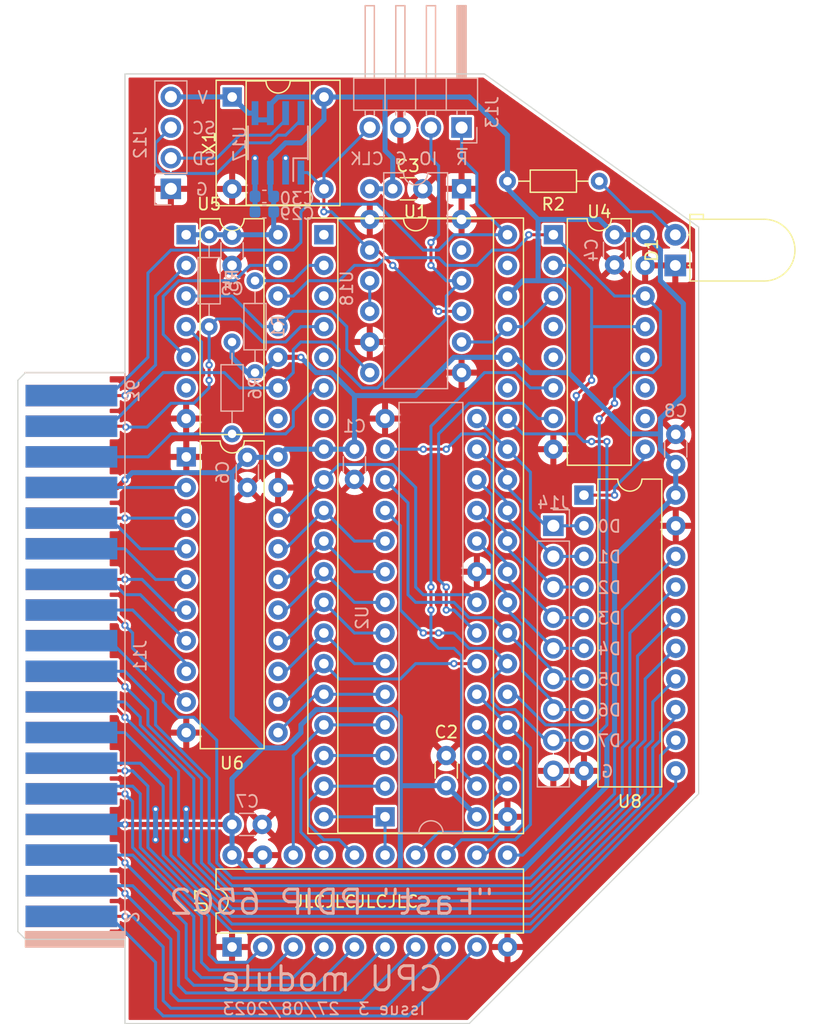
<source format=kicad_pcb>
(kicad_pcb (version 20221018) (generator pcbnew)
  (layers (0 "F.Cu" signal) (31 "B.Cu" signal) (34 "B.Paste" user) (35 "F.Paste" user) (36 "B.SilkS" user "B.Silkscreen") (37 "F.SilkS" user "F.Silkscreen") (38 "B.Mask" user) (39 "F.Mask" user) (44 "Edge.Cuts" user))
  (net 0 "")
  (net 1 "Net-(U1-RDY)")
  (net 6 "/A0")
  (net 7 "/A1")
  (net 8 "/A2")
  (net 9 "/A3")
  (net 10 "/A4")
  (net 11 "/A5")
  (net 12 "/A6")
  (net 13 "/A7")
  (net 14 "/A8")
  (net 15 "/A9")
  (net 16 "/A10")
  (net 17 "/A11")
  (net 18 "/A12")
  (net 19 "/A13")
  (net 20 "/A14")
  (net 21 "/A15")
  (net 22 "/D7")
  (net 23 "/D6")
  (net 24 "/D5")
  (net 25 "/D4")
  (net 26 "/D3")
  (net 27 "/D2")
  (net 28 "/D1")
  (net 29 "/D0")
  (net 30 "/R~{W}")
  (net 32 "/PHI2")
  (net 34 "/~{RAMOE}")
  (net 35 "/~{RAMWE}")
  (net 36 "/~{IORD}")
  (net 41 "/~{RDYRESET}")
  (net 44 "/~{RESET}")
  (net 45 "/XR~{W}")
  (net 46 "/~{IOREADY}")
  (net 47 "/IOWAIT")
  (net 48 "/~{IRQ}")
  (net 49 "/~{NMI}")
  (net 50 "/XA1")
  (net 51 "/XA0")
  (net 52 "/XA3")
  (net 53 "/XA2")
  (net 54 "/XA4")
  (net 55 "/XA6")
  (net 56 "/XA5")
  (net 57 "/XD0")
  (net 58 "/XA7")
  (net 59 "/XD1")
  (net 60 "/XD3")
  (net 61 "/XD2")
  (net 62 "/XD5")
  (net 63 "/XD4")
  (net 64 "/XD6")
  (net 65 "/XA8")
  (net 66 "/XD7")
  (net 67 "/XA10")
  (net 68 "/XA9")
  (net 69 "/XA11")
  (net 70 "/XA13")
  (net 71 "/XA12")
  (net 72 "/XA14")
  (net 73 "GND2")
  (net 74 "VDD")
  (net 75 "/OSC_SDA")
  (net 76 "/OSC_SCL")
  (net 77 "/CLK")
  (net 78 "/DCLK")
  (net 81 "Net-(U18-Pad10)")
  (net 82 "Net-(D1-A)")
  (footprint "Package_DIP:DIP-8_W7.62mm_Socket" (layer "F.Cu") (at 144.79 21.6)
    (fp_text reference "X1")
    (fp_text value "CXO_DIP8")
  )
  (footprint "Package_DIP:DIP-40_W15.24mm_Socket" (layer "F.Cu") (at 152.4 33.02)
    (fp_text reference "U1")
    (fp_text value "WD65C02")
  )
  (footprint "Package_DIP:DIP-14_W7.62mm" (layer "F.Cu") (at 140.97 33.02)
    (fp_text reference "U5")
    (fp_text value "74HC74")
  )
  (footprint "Package_DIP:DIP-20_W7.62mm" (layer "F.Cu") (at 140.98 51.44)
    (fp_text reference "U6")
    (fp_text value "74HC245")
  )
  (footprint "Resistor_THT:R_Axial_DIN0204_L3.6mm_D1.6mm_P7.62mm_Horizontal" (layer "F.Cu") (at 175.26 28.575 180)
    (fp_text reference "R2")
    (fp_text value "330")
  )
  (footprint "Package_DIP:DIP-16_W7.62mm" (layer "F.Cu") (at 171.45 33.02)
    (fp_text reference "U4")
    (fp_text value "74AHCT139")
  )
  (footprint "LED_THT:LED_D5.0mm_Horizontal_O1.27mm_Z3.0mm" (layer "F.Cu") (at 181.575 35.565 90)
    (fp_text reference "D1")
    (fp_text value "LED")
  )
  (footprint "Package_DIP:DIP-20_W7.62mm" (layer "F.Cu") (at 144.78 92.075 90)
    (fp_text reference "U7")
    (fp_text value "74HC245")
  )
  (footprint "Package_DIP:DIP-20_W7.62mm" (layer "F.Cu") (at 173.99 54.61)
    (fp_text reference "U8")
    (fp_text value "74HC245")
  )
  (footprint "Capacitor_THT:C_Disc_D3.0mm_W1.6mm_P2.50mm" (layer "F.Cu") (at 158.115 29.21)
    (fp_text reference "C3")
    (fp_text value ".1u")
  )
  (footprint "Capacitor_THT:C_Disc_D3.0mm_W1.6mm_P2.50mm" (layer "F.Cu") (at 162.56 78.7 90)
    (fp_text reference "C2")
    (fp_text value ".1u")
  )
  (footprint "LibraryLoader:SOIC127P600X175-8N" (layer "B.Cu") (at 148.59 25.4 90)
    (fp_text reference "U17")
    (fp_text value "DS1086Z+" hide)
  )
  (footprint "Capacitor_THT:C_Disc_D3.0mm_W1.6mm_P2.50mm" (layer "B.Cu") (at 146.05 51.475 -90)
    (fp_text reference "C6")
    (fp_text value ".1u")
  )
  (footprint "Capacitor_SMD:C_0603_1608Metric" (layer "B.Cu") (at 147.46 31.115 180)
    (fp_text reference "C29")
    (fp_text value ".1u")
  )
  (footprint "Capacitor_THT:C_Disc_D3.0mm_W1.6mm_P2.50mm" (layer "B.Cu") (at 144.78 33.06 -90)
    (fp_text reference "C5")
    (fp_text value ".1u")
  )
  (footprint "Package_DIP:DIP-28_W7.62mm" (layer "B.Cu") (at 157.48 81.28)
    (fp_text reference "U2")
    (fp_text value "71256")
  )
  (footprint "Connector_PinHeader_2.54mm:PinHeader_1x04_P2.54mm_Horizontal" (layer "B.Cu") (at 163.83 24.13 90)
    (fp_text reference "J13")
    (fp_text value "Conn_01x04")
  )
  (footprint "Resistor_THT:R_Axial_DIN0204_L3.6mm_D1.6mm_P7.62mm_Horizontal" (layer "B.Cu") (at 142.875 40.64 90)
    (fp_text reference "R5")
    (fp_text value "330")
  )
  (footprint "Resistor_THT:R_Axial_DIN0204_L3.6mm_D1.6mm_P7.62mm_Horizontal" (layer "B.Cu") (at 146.685 44.45 90)
    (fp_text reference "R1")
    (fp_text value "330")
  )
  (footprint "PCB_Edge_Connectors:PCB_Edge_36pin" (layer "B.Cu") (at 137.16 67.945 90)
    (fp_text reference "J11")
    (fp_text value "Conn_02x18_Odd_Even")
  )
  (footprint "Capacitor_THT:C_Disc_D3.0mm_W1.6mm_P2.50mm" (layer "B.Cu") (at 181.61 52.07 90)
    (fp_text reference "C8")
    (fp_text value ".1u")
  )
  (footprint "Connector_PinHeader_2.54mm:PinHeader_1x09_P2.54mm_Vertical" (layer "B.Cu") (at 171.45 57.15 180)
    (fp_text reference "J14")
    (fp_text value "Conn_01x09")
  )
  (footprint "Capacitor_THT:C_Disc_D3.0mm_W1.6mm_P2.50mm" (layer "B.Cu") (at 176.53 33.02 -90)
    (fp_text reference "C4")
    (fp_text value ".1u")
  )
  (footprint "Capacitor_SMD:C_0603_1608Metric" (layer "B.Cu") (at 147.46 29.845 180)
    (fp_text reference "C30")
    (fp_text value ".01u")
  )
  (footprint "Package_DIP:DIP-14_W7.62mm" (layer "B.Cu") (at 163.83 29.21 180)
    (fp_text reference "U18")
    (fp_text value "74AHCT32")
  )
  (footprint "Capacitor_THT:C_Disc_D3.0mm_W1.6mm_P2.50mm" (layer "B.Cu") (at 154.94 50.8 -90)
    (fp_text reference "C1")
    (fp_text value ".1u")
  )
  (footprint "Capacitor_THT:C_Disc_D3.0mm_W1.6mm_P2.50mm" (layer "B.Cu") (at 144.78 81.915)
    (fp_text reference "C7")
    (fp_text value ".1u" hide)
  )
  (footprint "Resistor_THT:R_Axial_DIN0204_L3.6mm_D1.6mm_P7.62mm_Horizontal" (layer "B.Cu") (at 144.78 49.53 90)
    (fp_text reference "R6")
    (fp_text value "330")
  )
  (footprint "Connector_PinHeader_2.54mm:PinHeader_1x04_P2.54mm_Vertical" (layer "B.Cu") (at 139.7 29.21)
    (fp_text reference "J12")
    (fp_text value "Conn_01x04")
  )
  (gr_line (start 149.86 26.67) (end 149.86 28.575) (stroke (width 0.15)) (layer "B.SilkS"))
  (gr_line (start 149.86 26.67) (end 150.97125 26.67) (stroke (width 0.15)) (layer "B.SilkS"))
  (gr_line (start 135.89 91.44) (end 127.635 91.44) (stroke (width 0.1)) (layer "Edge.Cuts"))
  (gr_line (start 127.635 44.45) (end 135.89 44.45) (stroke (width 0.1)) (layer "Edge.Cuts"))
  (gr_line (start 135.89 98.425) (end 135.89 91.44) (stroke (width 0.1)) (layer "Edge.Cuts"))
  (gr_line (start 183.515 32.385) (end 183.515 79.375) (stroke (width 0.1)) (layer "Edge.Cuts"))
  (gr_line (start 127 45.085) (end 127.635 44.45) (stroke (width 0.1)) (layer "Edge.Cuts"))
  (gr_line (start 135.89 19.685) (end 165.735 19.685) (stroke (width 0.1)) (layer "Edge.Cuts"))
  (gr_line (start 164.465 98.425) (end 135.89 98.425) (stroke (width 0.1)) (layer "Edge.Cuts"))
  (gr_line (start 127 90.805) (end 127 45.085) (stroke (width 0.1)) (layer "Edge.Cuts"))
  (gr_line (start 183.515 79.375) (end 164.465 98.425) (stroke (width 0.1)) (layer "Edge.Cuts"))
  (gr_line (start 135.89 44.45) (end 135.89 19.685) (stroke (width 0.1)) (layer "Edge.Cuts"))
  (gr_line (start 127.635 91.44) (end 127 90.805) (stroke (width 0.1)) (layer "Edge.Cuts"))
  (gr_line (start 165.735 19.685) (end 183.515 32.385) (stroke (width 0.1)) (layer "Edge.Cuts"))
  (gr_text "D1" (at 177.165 60.325) (layer "B.SilkS") (effects (font (size 1 1)) (justify left bottom mirror)))
  (gr_text "G" (at 176.53 78.105) (layer "B.SilkS") (effects (font (size 1 1)) (justify left bottom mirror)))
  (gr_text "~{R}" (at 164.465 27.305) (layer "B.SilkS") (effects (font (size 1 1)) (justify left bottom mirror)))
  (gr_text "IO" (at 161.925 27.305) (layer "B.SilkS") (effects (font (size 1 1)) (justify left bottom mirror)))
  (gr_text "D5" (at 177.165 70.485) (layer "B.SilkS") (effects (font (size 1 1)) (justify left bottom mirror)))
  (gr_text "SD" (at 143.51 27.305) (layer "B.SilkS") (effects (font (size 1 1)) (justify left bottom mirror)))
  (gr_text "D0" (at 177.165 57.785) (layer "B.SilkS") (effects (font (size 1 1)) (justify left bottom mirror)))
  (gr_text "Issue 3  27/08/2023" (at 152.4 97.79) (layer "B.SilkS") (effects (font (size 1 1)) (justify bottom mirror)))
  (gr_text "CPU module" (at 153.035 95.885) (layer "B.SilkS") (effects (font (size 2 2) (thickness 0.25)) (justify bottom mirror)))
  (gr_text "CLK" (at 157.48 27.305) (layer "B.SilkS") (effects (font (size 1 1)) (justify left bottom mirror)))
  (gr_text "D4" (at 177.165 67.945) (layer "B.SilkS") (effects (font (size 1 1)) (justify left bottom mirror)))
  (gr_text "G" (at 142.875 29.845) (layer "B.SilkS") (effects (font (size 1 1)) (justify left bottom mirror)))
  (gr_text "D7" (at 177.165 75.565) (layer "B.SilkS") (effects (font (size 1 1)) (justify left bottom mirror)))
  (gr_text "D6" (at 177.165 73.025) (layer "B.SilkS") (effects (font (size 1 1)) (justify left bottom mirror)))
  (gr_text "{dblquote}Fast{dblquote} PDIP 6502" (at 153.035 89.535) (layer "B.SilkS") (effects (font (size 2 2) (thickness 0.25)) (justify bottom mirror)))
  (gr_text "SC" (at 143.51 24.765) (layer "B.SilkS") (effects (font (size 1 1)) (justify left bottom mirror)))
  (gr_text "D3" (at 177.165 65.405) (layer "B.SilkS") (effects (font (size 1 1)) (justify left bottom mirror)))
  (gr_text "G" (at 159.385 27.305) (layer "B.SilkS") (effects (font (size 1 1)) (justify left bottom mirror)))
  (gr_text "V" (at 142.875 22.225) (layer "B.SilkS") (effects (font (size 1 1)) (justify left bottom mirror)))
  (gr_text "D2" (at 177.165 62.865) (layer "B.SilkS") (effects (font (size 1 1)) (justify left bottom mirror)))
  (gr_text "JLCJLCJLCJLC" (at 149.86 88.9) (layer "F.SilkS") (effects (font (size 1 1)) (justify left bottom)))
  (segment (start 149.86 36.83) (end 151.13 35.56) (width 0.25) (layer "B.Cu") (net 1))
  (segment (start 151.13 35.56) (end 152.4 35.56) (width 0.25) (layer "B.Cu") (net 1))
  (segment (start 146.685 36.83) (end 149.86 36.83) (width 0.25) (layer "B.Cu") (net 1))
  (segment (start 165.1 63.5) (end 164.465 62.865) (width 0.25) (layer "B.Cu") (net 6))
  (segment (start 160.02 62.23) (end 160.02 53.975) (width 0.25) (layer "B.Cu") (net 6))
  (segment (start 149.22 56.52) (end 152.4 53.34) (width 0.25) (layer "B.Cu") (net 6))
  (segment (start 160.655 62.865) (end 160.02 62.23) (width 0.25) (layer "B.Cu") (net 6))
  (segment (start 153.67 52.07) (end 152.4 53.34) (width 0.25) (layer "B.Cu") (net 6))
  (segment (start 164.465 62.865) (end 160.655 62.865) (width 0.25) (layer "B.Cu") (net 6))
  (segment (start 160.02 53.975) (end 158.115 52.07) (width 0.25) (layer "B.Cu") (net 6))
  (segment (start 158.115 52.07) (end 153.67 52.07) (width 0.25) (layer "B.Cu") (net 6))
  (segment (start 152.4 55.88) (end 154.94 58.42) (width 0.25) (layer "B.Cu") (net 7))
  (segment (start 149.22 59.06) (end 152.4 55.88) (width 0.25) (layer "B.Cu") (net 7))
  (segment (start 154.94 58.42) (end 157.48 58.42) (width 0.25) (layer "B.Cu") (net 7))
  (segment (start 149.22 61.6) (end 152.4 58.42) (width 0.25) (layer "B.Cu") (net 8))
  (segment (start 152.4 58.42) (end 154.94 60.96) (width 0.25) (layer "B.Cu") (net 8))
  (segment (start 154.94 60.96) (end 157.48 60.96) (width 0.25) (layer "B.Cu") (net 8))
  (segment (start 149.22 64.14) (end 152.4 60.96) (width 0.25) (layer "B.Cu") (net 9))
  (segment (start 154.94 63.5) (end 157.48 63.5) (width 0.25) (layer "B.Cu") (net 9))
  (segment (start 152.4 60.96) (end 154.94 63.5) (width 0.25) (layer "B.Cu") (net 9))
  (segment (start 154.94 66.04) (end 157.48 66.04) (width 0.25) (layer "B.Cu") (net 10))
  (segment (start 149.22 66.68) (end 152.4 63.5) (width 0.25) (layer "B.Cu") (net 10))
  (segment (start 152.4 63.5) (end 154.94 66.04) (width 0.25) (layer "B.Cu") (net 10))
  (segment (start 149.22 69.22) (end 152.4 66.04) (width 0.25) (layer "B.Cu") (net 11))
  (segment (start 152.4 66.04) (end 154.94 68.58) (width 0.25) (layer "B.Cu") (net 11))
  (segment (start 154.94 68.58) (end 157.48 68.58) (width 0.25) (layer "B.Cu") (net 11))
  (segment (start 163.195 68.58) (end 165.1 68.58) (width 0.25) (layer "F.Cu") (net 12))
  (via (at 163.195 68.58) (size 0.6) (drill 0.3) (layers "F.Cu" "B.Cu") (net 12))
  (segment (start 160.02 68.58) (end 158.75 69.85) (width 0.25) (layer "B.Cu") (net 12))
  (segment (start 149.22 71.76) (end 152.4 68.58) (width 0.25) (layer "B.Cu") (net 12))
  (segment (start 153.67 69.85) (end 152.4 68.58) (width 0.25) (layer "B.Cu") (net 12))
  (segment (start 163.195 68.58) (end 160.02 68.58) (width 0.25) (layer "B.Cu") (net 12))
  (segment (start 158.75 69.85) (end 153.67 69.85) (width 0.25) (layer "B.Cu") (net 12))
  (segment (start 152.4 71.12) (end 157.48 71.12) (width 0.25) (layer "B.Cu") (net 13))
  (segment (start 148.6 74.285) (end 151.765 71.12) (width 0.25) (layer "B.Cu") (net 13))
  (segment (start 152.4 73.66) (end 157.48 73.66) (width 0.25) (layer "B.Cu") (net 14))
  (segment (start 149.86 84.455) (end 149.86 76.2) (width 0.25) (layer "B.Cu") (net 14))
  (segment (start 149.86 76.2) (end 152.4 73.66) (width 0.25) (layer "B.Cu") (net 14))
  (segment (start 150.495 78.105) (end 152.4 76.2) (width 0.25) (layer "B.Cu") (net 15))
  (segment (start 150.495 82.55) (end 150.495 78.105) (width 0.25) (layer "B.Cu") (net 15))
  (segment (start 152.4 84.455) (end 150.495 82.55) (width 0.25) (layer "B.Cu") (net 15))
  (segment (start 152.4 76.2) (end 157.48 76.2) (width 0.25) (layer "B.Cu") (net 15))
  (segment (start 152.4 78.74) (end 157.48 78.74) (width 0.25) (layer "B.Cu") (net 16))
  (segment (start 152.4 83.185) (end 153.67 83.185) (width 0.25) (layer "B.Cu") (net 16))
  (segment (start 152.4 78.74) (end 151.13 80.01) (width 0.25) (layer "B.Cu") (net 16))
  (segment (start 151.13 81.915) (end 152.4 83.185) (width 0.25) (layer "B.Cu") (net 16))
  (segment (start 151.13 80.01) (end 151.13 81.915) (width 0.25) (layer "B.Cu") (net 16))
  (segment (start 153.67 83.185) (end 154.94 84.455) (width 0.25) (layer "B.Cu") (net 16))
  (segment (start 152.4 81.28) (end 157.48 81.28) (width 0.25) (layer "B.Cu") (net 17))
  (segment (start 157.48 84.455) (end 157.48 81.28) (width 0.25) (layer "B.Cu") (net 17))
  (segment (start 165.735 82.55) (end 166.37 81.915) (width 0.25) (layer "B.Cu") (net 18))
  (segment (start 166.37 80.01) (end 167.64 78.74) (width 0.25) (layer "B.Cu") (net 18))
  (segment (start 161.925 82.55) (end 165.735 82.55) (width 0.25) (layer "B.Cu") (net 18))
  (segment (start 160.02 84.455) (end 161.925 82.55) (width 0.25) (layer "B.Cu") (net 18))
  (segment (start 166.37 81.915) (end 166.37 80.01) (width 0.25) (layer "B.Cu") (net 18))
  (segment (start 165.1 76.2) (end 167.64 78.74) (width 0.25) (layer "B.Cu") (net 18))
  (segment (start 166.368604 83.185) (end 167.003604 82.55) (width 0.25) (layer "B.Cu") (net 19))
  (segment (start 168.91 77.47) (end 167.64 76.2) (width 0.25) (layer "B.Cu") (net 19))
  (segment (start 165.1 73.66) (end 167.64 76.2) (width 0.25) (layer "B.Cu") (net 19))
  (segment (start 167.003604 82.55) (end 168.275 82.55) (width 0.25) (layer "B.Cu") (net 19))
  (segment (start 162.56 84.455) (end 163.83 83.185) (width 0.25) (layer "B.Cu") (net 19))
  (segment (start 168.91 81.915) (end 168.91 77.47) (width 0.25) (layer "B.Cu") (net 19))
  (segment (start 168.275 82.55) (end 168.91 81.915) (width 0.25) (layer "B.Cu") (net 19))
  (segment (start 163.83 83.185) (end 166.368604 83.185) (width 0.25) (layer "B.Cu") (net 19))
  (segment (start 165.1 71.12) (end 167.64 73.66) (width 0.25) (layer "B.Cu") (net 20))
  (segment (start 167.005 83.185) (end 168.276396 83.185) (width 0.25) (layer "B.Cu") (net 20))
  (segment (start 165.735 84.455) (end 167.005 83.185) (width 0.25) (layer "B.Cu") (net 20))
  (segment (start 169.545 81.916396) (end 169.545 75.565) (width 0.25) (layer "B.Cu") (net 20))
  (segment (start 169.545 75.565) (end 167.64 73.66) (width 0.25) (layer "B.Cu") (net 20))
  (segment (start 168.276396 83.185) (end 169.545 81.916396) (width 0.25) (layer "B.Cu") (net 20))
  (segment (start 175.26 48.26) (end 176.53 46.99) (width 0.25) (layer "F.Cu") (net 21))
  (segment (start 169.406479 33.02) (end 171.45 33.02) (width 0.25) (layer "F.Cu") (net 21))
  (via (at 169.406479 33.02) (size 0.6) (drill 0.3) (layers "F.Cu" "B.Cu") (net 21))
  (via (at 175.26 48.26) (size 0.6) (drill 0.3) (layers "F.Cu" "B.Cu") (net 21))
  (via (at 176.53 46.99) (size 0.6) (drill 0.3) (layers "F.Cu" "B.Cu") (net 21))
  (segment (start 180.34 43.815) (end 180.34 39.37) (width 0.25) (layer "B.Cu") (net 21))
  (segment (start 166.37 34.29) (end 165.1 35.56) (width 0.25) (layer "B.Cu") (net 21))
  (segment (start 161.925 34.925) (end 157.48 34.925) (width 0.25) (layer "B.Cu") (net 21))
  (segment (start 154.94 35.56) (end 153.67 36.83) (width 0.25) (layer "B.Cu") (net 21))
  (segment (start 179.07 38.1) (end 176.53 38.1) (width 0.25) (layer "B.Cu") (net 21))
  (segment (start 180.34 39.37) (end 179.07 38.1) (width 0.25) (layer "B.Cu") (net 21))
  (segment (start 176.53 38.1) (end 171.45 33.02) (width 0.25) (layer "B.Cu") (net 21))
  (segment (start 168.275 34.29) (end 166.37 34.29) (width 0.25) (layer "B.Cu") (net 21))
  (segment (start 153.67 36.83) (end 151.13 36.83) (width 0.25) (layer "B.Cu") (net 21))
  (segment (start 165.1 35.56) (end 162.56 35.56) (width 0.25) (layer "B.Cu") (net 21))
  (segment (start 156.845 35.56) (end 154.94 35.56) (width 0.25) (layer "B.Cu") (net 21))
  (segment (start 175.26 48.26) (end 175.26 73.025) (width 0.25) (layer "B.Cu") (net 21))
  (segment (start 177.8 44.45) (end 179.705 44.45) (width 0.25) (layer "B.Cu") (net 21))
  (segment (start 149.86 38.1) (end 148.59 38.1) (width 0.25) (layer "B.Cu") (net 21))
  (segment (start 176.53 45.72) (end 177.8 44.45) (width 0.25) (layer "B.Cu") (net 21))
  (segment (start 175.26 73.025) (end 174.625 73.66) (width 0.25) (layer "B.Cu") (net 21))
  (segment (start 174.625 73.66) (end 170.815 73.66) (width 0.25) (layer "B.Cu") (net 21))
  (segment (start 151.13 36.83) (end 149.86 38.1) (width 0.25) (layer "B.Cu") (net 21))
  (segment (start 179.705 44.45) (end 180.34 43.815) (width 0.25) (layer "B.Cu") (net 21))
  (segment (start 162.56 35.56) (end 161.925 34.925) (width 0.25) (layer "B.Cu") (net 21))
  (segment (start 157.48 34.925) (end 156.845 35.56) (width 0.25) (layer "B.Cu") (net 21))
  (segment (start 169.406479 33.158521) (end 168.275 34.29) (width 0.25) (layer "B.Cu") (net 21))
  (segment (start 176.53 46.99) (end 176.53 45.72) (width 0.25) (layer "B.Cu") (net 21))
  (segment (start 170.815 73.66) (end 168.275 71.12) (width 0.25) (layer "B.Cu") (net 21))
  (segment (start 169.406479 33.02) (end 169.406479 33.158521) (width 0.25) (layer "B.Cu") (net 21))
  (segment (start 161.925 66.04) (end 160.655 66.04) (width 0.25) (layer "F.Cu") (net 22))
  (via (at 160.655 66.04) (size 0.6) (drill 0.3) (layers "F.Cu" "B.Cu") (net 22))
  (via (at 161.925 66.04) (size 0.6) (drill 0.3) (layers "F.Cu" "B.Cu") (net 22))
  (segment (start 166.37 69.85) (end 166.37 71.755) (width 0.25) (layer "B.Cu") (net 22))
  (segment (start 161.925 66.04) (end 163.195 66.04) (width 0.25) (layer "B.Cu") (net 22))
  (segment (start 158.75 57.15) (end 157.48 55.88) (width 0.25) (layer "B.Cu") (net 22))
  (segment (start 166.37 71.755) (end 167.005698 72.390698) (width 0.25) (layer "B.Cu") (net 22))
  (segment (start 158.75 64.135) (end 158.75 57.15) (width 0.25) (layer "B.Cu") (net 22))
  (segment (start 164.465 67.31) (end 166.37 67.31) (width 0.25) (layer "B.Cu") (net 22))
  (segment (start 160.655 66.04) (end 158.75 64.135) (width 0.25) (layer "B.Cu") (net 22))
  (segment (start 167.639302 72.390698) (end 167.64 72.39) (width 0.25) (layer "B.Cu") (net 22))
  (segment (start 167.64 68.58) (end 166.37 69.85) (width 0.25) (layer "B.Cu") (net 22))
  (segment (start 163.195 66.04) (end 164.465 67.31) (width 0.25) (layer "B.Cu") (net 22))
  (segment (start 166.37 67.31) (end 167.64 68.58) (width 0.25) (layer "B.Cu") (net 22))
  (segment (start 171.45 74.93) (end 173.99 74.93) (width 0.25) (layer "B.Cu") (net 22))
  (segment (start 167.64 72.39) (end 168.273604 72.39) (width 0.25) (layer "B.Cu") (net 22))
  (segment (start 167.005698 72.390698) (end 167.639302 72.390698) (width 0.25) (layer "B.Cu") (net 22))
  (segment (start 168.273604 72.39) (end 170.813604 74.93) (width 0.25) (layer "B.Cu") (net 22))
  (segment (start 168.91 67.31) (end 168.91 69.215) (width 0.25) (layer "B.Cu") (net 23))
  (segment (start 159.385 55.245) (end 157.48 53.34) (width 0.25) (layer "B.Cu") (net 23))
  (segment (start 168.91 69.215) (end 171.45 71.755) (width 0.25) (layer "B.Cu") (net 23))
  (segment (start 163.195 63.5) (end 160.02 63.5) (width 0.25) (layer "B.Cu") (net 23))
  (segment (start 164.465 64.77) (end 163.195 63.5) (width 0.25) (layer "B.Cu") (net 23))
  (segment (start 160.02 63.5) (end 159.385 62.865) (width 0.25) (layer "B.Cu") (net 23))
  (segment (start 167.64 66.04) (end 168.91 67.31) (width 0.25) (layer "B.Cu") (net 23))
  (segment (start 171.45 72.39) (end 173.99 72.39) (width 0.25) (layer "B.Cu") (net 23))
  (segment (start 166.37 64.77) (end 164.465 64.77) (width 0.25) (layer "B.Cu") (net 23))
  (segment (start 159.385 62.865) (end 159.385 55.245) (width 0.25) (layer "B.Cu") (net 23))
  (segment (start 167.64 66.04) (end 166.37 64.77) (width 0.25) (layer "B.Cu") (net 23))
  (segment (start 171.45 69.85) (end 173.99 69.85) (width 0.25) (layer "B.Cu") (net 24))
  (segment (start 165.1 58.42) (end 166.37 59.69) (width 0.25) (layer "B.Cu") (net 24))
  (segment (start 168.91 66.673604) (end 169.36 67.123604) (width 0.25) (layer "B.Cu") (net 24))
  (segment (start 167.64 62.865) (end 167.64 63.5) (width 0.25) (layer "B.Cu") (net 24))
  (segment (start 169.36 67.125) (end 171.45 69.215) (width 0.25) (layer "B.Cu") (net 24))
  (segment (start 166.37 59.69) (end 166.37 61.595) (width 0.25) (layer "B.Cu") (net 24))
  (segment (start 167.64 64.135) (end 168.91 65.405) (width 0.25) (layer "B.Cu") (net 24))
  (segment (start 166.37 61.595) (end 167.64 62.865) (width 0.25) (layer "B.Cu") (net 24))
  (segment (start 169.36 67.123604) (end 169.36 67.125) (width 0.25) (layer "B.Cu") (net 24))
  (segment (start 168.91 65.405) (end 168.91 66.673604) (width 0.25) (layer "B.Cu") (net 24))
  (segment (start 171.45 67.31) (end 173.99 67.31) (width 0.25) (layer "B.Cu") (net 25))
  (segment (start 168.91 64.768604) (end 168.91 62.865) (width 0.25) (layer "B.Cu") (net 25))
  (segment (start 171.45 67.308604) (end 168.91 64.768604) (width 0.25) (layer "B.Cu") (net 25))
  (segment (start 165.1 55.88) (end 166.37 57.15) (width 0.25) (layer "B.Cu") (net 25))
  (segment (start 167.64 60.325) (end 167.64 60.96) (width 0.25) (layer "B.Cu") (net 25))
  (segment (start 168.91 62.865) (end 167.64 61.595) (width 0.25) (layer "B.Cu") (net 25))
  (segment (start 166.37 59.055) (end 167.64 60.325) (width 0.25) (layer "B.Cu") (net 25))
  (segment (start 166.37 57.15) (end 166.37 59.055) (width 0.25) (layer "B.Cu") (net 25))
  (segment (start 171.45 64.77) (end 169.545 62.865) (width 0.25) (layer "B.Cu") (net 26))
  (segment (start 169.545 62.863604) (end 168.91 62.228604) (width 0.25) (layer "B.Cu") (net 26))
  (segment (start 167.64 57.785) (end 167.64 58.42) (width 0.25) (layer "B.Cu") (net 26))
  (segment (start 166.37 54.61) (end 166.37 56.515) (width 0.25) (layer "B.Cu") (net 26))
  (segment (start 168.91 62.228604) (end 168.91 60.325) (width 0.25) (layer "B.Cu") (net 26))
  (segment (start 169.545 62.865) (end 169.545 62.863604) (width 0.25) (layer "B.Cu") (net 26))
  (segment (start 166.37 56.515) (end 167.64 57.785) (width 0.25) (layer "B.Cu") (net 26))
  (segment (start 165.1 53.34) (end 166.37 54.61) (width 0.25) (layer "B.Cu") (net 26))
  (segment (start 171.45 64.77) (end 173.99 64.77) (width 0.25) (layer "B.Cu") (net 26))
  (segment (start 168.91 60.325) (end 167.64 59.055) (width 0.25) (layer "B.Cu") (net 26))
  (segment (start 171.45 62.23) (end 173.99 62.23) (width 0.25) (layer "B.Cu") (net 27))
  (segment (start 168.91 57.785) (end 167.64 56.515) (width 0.25) (layer "B.Cu") (net 27))
  (segment (start 168.91 59.688604) (end 168.91 57.785) (width 0.25) (layer "B.Cu") (net 27))
  (segment (start 169.545 60.323604) (end 168.91 59.688604) (width 0.25) (layer "B.Cu") (net 27))
  (segment (start 166.37 53.975) (end 167.64 55.245) (width 0.25) (layer "B.Cu") (net 27))
  (segment (start 165.1 50.8) (end 166.37 52.07) (width 0.25) (layer "B.Cu") (net 27))
  (segment (start 166.37 52.07) (end 166.37 53.975) (width 0.25) (layer "B.Cu") (net 27))
  (segment (start 167.64 55.245) (end 167.64 55.88) (width 0.25) (layer "B.Cu") (net 27))
  (segment (start 171.45 62.23) (end 169.545 60.325) (width 0.25) (layer "B.Cu") (net 27))
  (segment (start 169.545 60.325) (end 169.545 60.323604) (width 0.25) (layer "B.Cu") (net 27))
  (segment (start 162.56 50.8) (end 160.655 50.8) (width 0.25) (layer "F.Cu") (net 28))
  (via (at 160.655 50.8) (size 0.6) (drill 0.3) (layers "F.Cu" "B.Cu") (net 28))
  (via (at 162.56 50.8) (size 0.6) (drill 0.3) (layers "F.Cu" "B.Cu") (net 28))
  (segment (start 167.64 52.705) (end 167.64 53.34) (width 0.25) (layer "B.Cu") (net 28))
  (segment (start 160.655 50.8) (end 157.48 50.8) (width 0.25) (layer "B.Cu") (net 28))
  (segment (start 169.545 57.783604) (end 168.91 57.148604) (width 0.25) (layer "B.Cu") (net 28))
  (segment (start 166.37 51.435) (end 167.64 52.705) (width 0.25) (layer "B.Cu") (net 28))
  (segment (start 165.735 49.53) (end 166.37 50.165) (width 0.25) (layer "B.Cu") (net 28))
  (segment (start 166.37 50.165) (end 166.37 51.435) (width 0.25) (layer "B.Cu") (net 28))
  (segment (start 168.91 57.148604) (end 168.91 55.245) (width 0.25) (layer "B.Cu") (net 28))
  (segment (start 171.45 59.69) (end 169.545 57.785) (width 0.25) (layer "B.Cu") (net 28))
  (segment (start 171.45 59.69) (end 173.99 59.69) (width 0.25) (layer "B.Cu") (net 28))
  (segment (start 168.91 55.245) (end 167.64 53.975) (width 0.25) (layer "B.Cu") (net 28))
  (segment (start 163.83 49.53) (end 165.735 49.53) (width 0.25) (layer "B.Cu") (net 28))
  (segment (start 162.56 50.8) (end 163.83 49.53) (width 0.25) (layer "B.Cu") (net 28))
  (segment (start 169.545 57.785) (end 169.545 57.783604) (width 0.25) (layer "B.Cu") (net 28))
  (segment (start 171.45 57.15) (end 173.99 57.15) (width 0.25) (layer "B.Cu") (net 29))
  (segment (start 165.1 48.26) (end 167.64 50.8) (width 0.25) (layer "B.Cu") (net 29))
  (segment (start 169.545 55.88) (end 169.545 52.705) (width 0.25) (layer "B.Cu") (net 29))
  (segment (start 169.545 52.705) (end 167.64 50.8) (width 0.25) (layer "B.Cu") (net 29))
  (segment (start 170.815 57.15) (end 169.545 55.88) (width 0.25) (layer "B.Cu") (net 29))
  (segment (start 174.625 45.085) (end 173.355 46.355) (width 0.25) (layer "F.Cu") (net 30))
  (segment (start 174.625 50.165) (end 175.895 50.165) (width 0.25) (layer "F.Cu") (net 30))
  (via (at 175.895 50.165) (size 0.6) (drill 0.3) (layers "F.Cu" "B.Cu") (net 30))
  (via (at 174.625 50.165) (size 0.6) (drill 0.3) (layers "F.Cu" "B.Cu") (net 30))
  (via (at 173.355 46.355) (size 0.6) (drill 0.3) (layers "F.Cu" "B.Cu") (net 30))
  (via (at 174.625 45.085) (size 0.6) (drill 0.3) (layers "F.Cu" "B.Cu") (net 30))
  (segment (start 174.625 37.465) (end 172.72 35.56) (width 0.25) (layer "B.Cu") (net 30))
  (segment (start 173.355 46.355) (end 173.355 49.53) (width 0.25) (layer "B.Cu") (net 30))
  (segment (start 168.91 49.53) (end 173.355 49.53) (width 0.25) (layer "B.Cu") (net 30))
  (segment (start 175.895 50.165) (end 175.895 73.66) (width 0.25) (layer "B.Cu") (net 30))
  (segment (start 174.625 40.64) (end 179.07 40.64) (width 0.25) (layer "B.Cu") (net 30))
  (segment (start 174.625 50.165) (end 173.99 50.165) (width 0.25) (layer "B.Cu") (net 30))
  (segment (start 172.72 35.56) (end 171.45 35.56) (width 0.25) (layer "B.Cu") (net 30))
  (segment (start 168.891634 84.455) (end 167.64 84.455) (width 0.25) (layer "B.Cu") (net 30))
  (segment (start 175.26 78.086634) (end 168.891634 84.455) (width 0.25) (layer "B.Cu") (net 30))
  (segment (start 173.99 50.165) (end 173.355 49.53) (width 0.25) (layer "B.Cu") (net 30))
  (segment (start 174.625 40.64) (end 174.625 37.465) (width 0.25) (layer "B.Cu") (net 30))
  (segment (start 175.26 74.295) (end 175.26 78.086634) (width 0.25) (layer "B.Cu") (net 30))
  (segment (start 175.895 73.66) (end 175.26 74.295) (width 0.25) (layer "B.Cu") (net 30))
  (segment (start 167.64 48.26) (end 168.91 49.53) (width 0.25) (layer "B.Cu") (net 30))
  (segment (start 174.625 45.085) (end 174.625 40.64) (width 0.25) (layer "B.Cu") (net 30))
  (segment (start 163.83 41.91) (end 166.37 41.91) (width 0.25) (layer "B.Cu") (net 32))
  (segment (start 167.64 40.64) (end 168.91 40.64) (width 0.25) (layer "B.Cu") (net 32))
  (segment (start 168.91 40.64) (end 171.45 38.1) (width 0.25) (layer "B.Cu") (net 32))
  (segment (start 166.37 41.91) (end 167.64 40.64) (width 0.25) (layer "B.Cu") (net 32))
  (segment (start 162.56 62.23) (end 162.56 64.135) (width 0.25) (layer "F.Cu") (net 34))
  (via (at 162.56 64.135) (size 0.6) (drill 0.3) (layers "F.Cu" "B.Cu") (net 34))
  (via (at 162.56 62.23) (size 0.6) (drill 0.3) (layers "F.Cu" "B.Cu") (net 34))
  (segment (start 164.465 46.99) (end 168.91 46.99) (width 0.25) (layer "B.Cu") (net 34))
  (segment (start 162.56 62.23) (end 161.925 61.595) (width 0.25) (layer "B.Cu") (net 34))
  (segment (start 161.925 61.595) (end 161.925 49.53) (width 0.25) (layer "B.Cu") (net 34))
  (segment (start 162.56 64.135) (end 163.195 64.135) (width 0.25) (layer "B.Cu") (net 34))
  (segment (start 161.925 49.53) (end 164.465 46.99) (width 0.25) (layer "B.Cu") (net 34))
  (segment (start 168.91 46.99) (end 170.18 48.26) (width 0.25) (layer "B.Cu") (net 34))
  (segment (start 170.18 48.26) (end 171.45 48.26) (width 0.25) (layer "B.Cu") (net 34))
  (segment (start 163.195 64.135) (end 165.1 66.04) (width 0.25) (layer "B.Cu") (net 34))
  (segment (start 161.29 62.23) (end 161.29 64.135) (width 0.25) (layer "F.Cu") (net 35))
  (via (at 161.29 62.23) (size 0.6) (drill 0.3) (layers "F.Cu" "B.Cu") (net 35))
  (via (at 161.29 64.135) (size 0.6) (drill 0.3) (layers "F.Cu" "B.Cu") (net 35))
  (segment (start 163.195 67.31) (end 163.83 67.945) (width 0.25) (layer "B.Cu") (net 35))
  (segment (start 168.275 44.45) (end 169.545 45.72) (width 0.25) (layer "B.Cu") (net 35))
  (segment (start 161.29 48.895) (end 165.735 44.45) (width 0.25) (layer "B.Cu") (net 35))
  (segment (start 163.83 77.47) (end 165.1 78.74) (width 0.25) (layer "B.Cu") (net 35))
  (segment (start 165.735 44.45) (end 168.275 44.45) (width 0.25) (layer "B.Cu") (net 35))
  (segment (start 161.29 62.23) (end 161.29 48.895) (width 0.25) (layer "B.Cu") (net 35))
  (segment (start 161.29 66.675) (end 161.925 67.31) (width 0.25) (layer "B.Cu") (net 35))
  (segment (start 161.29 64.135) (end 161.29 66.675) (width 0.25) (layer "B.Cu") (net 35))
  (segment (start 169.545 45.72) (end 171.45 45.72) (width 0.25) (layer "B.Cu") (net 35))
  (segment (start 163.83 67.945) (end 163.83 77.47) (width 0.25) (layer "B.Cu") (net 35))
  (segment (start 161.925 67.31) (end 163.195 67.31) (width 0.25) (layer "B.Cu") (net 35))
  (segment (start 173.99 54.61) (end 176.53 54.61) (width 0.25) (layer "F.Cu") (net 36))
  (via (at 176.53 54.61) (size 0.6) (drill 0.3) (layers "F.Cu" "B.Cu") (net 36))
  (segment (start 176.53 53.975) (end 179.07 51.435) (width 0.25) (layer "B.Cu") (net 36))
  (segment (start 176.53 54.61) (end 176.53 53.975) (width 0.25) (layer "B.Cu") (net 36))
  (segment (start 179.07 51.435) (end 179.07 50.8) (width 0.25) (layer "B.Cu") (net 36))
  (segment (start 139.065 38.124009) (end 140.359009 36.83) (width 0.25) (layer "B.Cu") (net 41))
  (segment (start 139.065 41.275) (end 139.065 38.124009) (width 0.25) (layer "B.Cu") (net 41))
  (segment (start 140.359009 36.83) (end 144.997753 36.83) (width 0.25) (layer "B.Cu") (net 41))
  (segment (start 146.267753 35.56) (end 148.59 35.56) (width 0.25) (layer "B.Cu") (net 41))
  (segment (start 144.997753 36.83) (end 146.267753 35.56) (width 0.25) (layer "B.Cu") (net 41))
  (segment (start 140.97 43.18) (end 139.065 41.275) (width 0.25) (layer "B.Cu") (net 41))
  (segment (start 165.1 27.94) (end 163.83 26.67) (width 0.25) (layer "B.Cu") (net 44))
  (segment (start 160.655 34.29) (end 156.845 30.48) (width 0.25) (layer "B.Cu") (net 44))
  (segment (start 151.13 30.48) (end 150.495 31.115) (width 0.25) (layer "B.Cu") (net 44))
  (segment (start 165.1 30.48) (end 165.1 27.94) (width 0.25) (layer "B.Cu") (net 44))
  (segment (start 150.495 31.115) (end 150.495 33.655) (width 0.25) (layer "B.Cu") (net 44))
  (segment (start 150.495 33.655) (end 149.86 34.29) (width 0.25) (layer "B.Cu") (net 44))
  (segment (start 137.795 36.195) (end 137.795 43.18) (width 0.25) (layer "B.Cu") (net 44))
  (segment (start 161.925 34.29) (end 160.655 34.29) (width 0.25) (layer "B.Cu") (net 44))
  (segment (start 149.86 34.29) (end 139.7 34.29) (width 0.25) (layer "B.Cu") (net 44))
  (segment (start 139.7 34.29) (end 137.795 36.195) (width 0.25) (layer "B.Cu") (net 44))
  (segment (start 137.795 43.18) (end 134.62 46.355) (width 0.25) (layer "B.Cu") (net 44))
  (segment (start 167.64 33.02) (end 165.1 30.48) (width 0.25) (layer "B.Cu") (net 44))
  (segment (start 163.83 26.67) (end 163.83 24.13) (width 0.25) (layer "B.Cu") (net 44))
  (segment (start 163.195 33.02) (end 161.925 34.29) (width 0.25) (layer "B.Cu") (net 44))
  (segment (start 167.64 33.02) (end 163.195 33.02) (width 0.25) (layer "B.Cu") (net 44))
  (segment (start 134.62 46.355) (end 131.445 46.355) (width 0.25) (layer "B.Cu") (net 44))
  (segment (start 156.845 30.48) (end 151.13 30.48) (width 0.25) (layer "B.Cu") (net 44))
  (segment (start 138.43 93.345) (end 138.43 97.155) (width 0.25) (layer "B.Cu") (net 45))
  (segment (start 138.43 97.155) (end 139.065 97.79) (width 0.25) (layer "B.Cu") (net 45))
  (segment (start 134.62 89.535) (end 138.43 93.345) (width 0.25) (layer "B.Cu") (net 45))
  (segment (start 131.445 89.535) (end 134.62 89.535) (width 0.25) (layer "B.Cu") (net 45))
  (segment (start 159.385 97.79) (end 165.1 92.075) (width 0.25) (layer "B.Cu") (net 45))
  (segment (start 139.065 97.79) (end 159.385 97.79) (width 0.25) (layer "B.Cu") (net 45))
  (segment (start 135.89 46.355) (end 131.445 46.355) (width 0.25) (layer "F.Cu") (net 46))
  (via (at 135.89 46.355) (size 0.6) (drill 0.3) (layers "F.Cu" "B.Cu") (net 46))
  (segment (start 138.43 43.816396) (end 138.43 38.1) (width 0.25) (layer "B.Cu") (net 46))
  (segment (start 135.891396 46.355) (end 138.43 43.816396) (width 0.25) (layer "B.Cu") (net 46))
  (segment (start 138.43 38.1) (end 140.97 35.56) (width 0.25) (layer "B.Cu") (net 46))
  (segment (start 135.89 46.355) (end 135.891396 46.355) (width 0.25) (layer "B.Cu") (net 46))
  (segment (start 161.29 33.655) (end 161.29 35.56) (width 0.25) (layer "F.Cu") (net 47))
  (via (at 161.29 35.56) (size 0.6) (drill 0.3) (layers "F.Cu" "B.Cu") (net 47))
  (via (at 161.29 33.655) (size 0.6) (drill 0.3) (layers "F.Cu" "B.Cu") (net 47))
  (segment (start 142.24 44.45) (end 141.605 44.45) (width 0.25) (layer "B.Cu") (net 47))
  (segment (start 156.845 45.72) (end 162.56 40.005) (width 0.25) (layer "B.Cu") (net 47))
  (segment (start 162.56 36.83) (end 163.83 36.83) (width 0.25) (layer "B.Cu") (net 47))
  (segment (start 161.925 27.305) (end 161.29 26.67) (width 0.25) (layer "B.Cu") (net 47))
  (segment (start 140.97 40.64) (end 142.24 41.91) (width 0.25) (layer "B.Cu") (net 47))
  (segment (start 155.575 45.72) (end 156.845 45.72) (width 0.25) (layer "B.Cu") (net 47))
  (segment (start 144.145 44.45) (end 141.605 44.45) (width 0.25) (layer "B.Cu") (net 47))
  (segment (start 162.56 40.005) (end 162.56 38.1) (width 0.25) (layer "B.Cu") (net 47))
  (segment (start 153.67 42.545) (end 153.67 43.815) (width 0.25) (layer "B.Cu") (net 47))
  (segment (start 141.605 44.45) (end 139.065 44.45) (width 0.25) (layer "B.Cu") (net 47))
  (segment (start 142.24 41.91) (end 142.24 44.45) (width 0.25) (layer "B.Cu") (net 47))
  (segment (start 153.035 41.91) (end 153.67 42.545) (width 0.25) (layer "B.Cu") (net 47))
  (segment (start 148.59 45.72) (end 149.86 44.45) (width 0.25) (layer "B.Cu") (net 47))
  (segment (start 161.925 33.02) (end 161.925 27.305) (width 0.25) (layer "B.Cu") (net 47))
  (segment (start 161.29 26.67) (end 161.29 24.13) (width 0.25) (layer "B.Cu") (net 47))
  (segment (start 148.59 45.72) (end 145.415 45.72) (width 0.25) (layer "B.Cu") (net 47))
  (segment (start 153.67 43.815) (end 155.575 45.72) (width 0.25) (layer "B.Cu") (net 47))
  (segment (start 161.29 33.655) (end 161.925 33.02) (width 0.25) (layer "B.Cu") (net 47))
  (segment (start 139.065 44.45) (end 134.62 48.895) (width 0.25) (layer "B.Cu") (net 47))
  (segment (start 134.62 48.895) (end 131.445 48.895) (width 0.25) (layer "B.Cu") (net 47))
  (segment (start 145.415 45.72) (end 144.145 44.45) (width 0.25) (layer "B.Cu") (net 47))
  (segment (start 149.86 42.545) (end 150.495 41.91) (width 0.25) (layer "B.Cu") (net 47))
  (segment (start 149.86 44.45) (end 149.86 42.545) (width 0.25) (layer "B.Cu") (net 47))
  (segment (start 161.29 35.56) (end 162.56 36.83) (width 0.25) (layer "B.Cu") (net 47))
  (segment (start 162.56 38.1) (end 163.83 36.83) (width 0.25) (layer "B.Cu") (net 47))
  (segment (start 150.495 41.91) (end 153.035 41.91) (width 0.25) (layer "B.Cu") (net 47))
  (segment (start 135.89 48.895) (end 131.445 48.895) (width 0.25) (layer "F.Cu") (net 48))
  (segment (start 142.875 43.815) (end 142.875 45.085) (width 0.25) (layer "F.Cu") (net 48))
  (segment (start 135.96247 48.96747) (end 135.89 48.895) (width 0.25) (layer "F.Cu") (net 48))
  (via (at 142.875 45.085) (size 0.6) (drill 0.3) (layers "F.Cu" "B.Cu") (net 48))
  (via (at 142.875 43.815) (size 0.6) (drill 0.3) (layers "F.Cu" "B.Cu") (net 48))
  (via (at 135.96247 48.96747) (size 0.6) (drill 0.3) (layers "F.Cu" "B.Cu") (net 48))
  (segment (start 135.96247 48.96747) (end 137.72253 48.96747) (width 0.25) (layer "B.Cu") (net 48))
  (segment (start 141.605 46.99) (end 142.875 45.72) (width 0.25) (layer "B.Cu") (net 48))
  (segment (start 142.875 40.64) (end 143.51 40.005) (width 0.25) (layer "B.Cu") (net 48))
  (segment (start 149.225 41.91) (end 150.495 40.64) (width 0.25) (layer "B.Cu") (net 48))
  (segment (start 142.875 45.72) (end 142.875 45.085) (width 0.25) (layer "B.Cu") (net 48))
  (segment (start 145.413604 40.005) (end 147.318604 41.91) (width 0.25) (layer "B.Cu") (net 48))
  (segment (start 143.51 40.005) (end 145.413604 40.005) (width 0.25) (layer "B.Cu") (net 48))
  (segment (start 147.318604 41.91) (end 149.225 41.91) (width 0.25) (layer "B.Cu") (net 48))
  (segment (start 137.72253 48.96747) (end 139.7 46.99) (width 0.25) (layer "B.Cu") (net 48))
  (segment (start 142.875 43.815) (end 142.875 40.64) (width 0.25) (layer "B.Cu") (net 48))
  (segment (start 150.495 40.64) (end 152.4 40.64) (width 0.25) (layer "B.Cu") (net 48))
  (segment (start 139.7 46.99) (end 141.605 46.99) (width 0.25) (layer "B.Cu") (net 48))
  (segment (start 149.86 47.625) (end 151.765 45.72) (width 0.25) (layer "B.Cu") (net 49))
  (segment (start 131.445 51.435) (end 137.795 51.435) (width 0.25) (layer "B.Cu") (net 49))
  (segment (start 149.225 49.53) (end 149.86 48.895) (width 0.25) (layer "B.Cu") (net 49))
  (segment (start 137.795 51.435) (end 139.7 49.53) (width 0.25) (layer "B.Cu") (net 49))
  (segment (start 139.7 49.53) (end 149.225 49.53) (width 0.25) (layer "B.Cu") (net 49))
  (segment (start 149.86 48.895) (end 149.86 47.625) (width 0.25) (layer "B.Cu") (net 49))
  (segment (start 135.89 56.515) (end 131.445 56.515) (width 0.25) (layer "F.Cu") (net 50))
  (via (at 135.89 56.515) (size 0.6) (drill 0.3) (layers "F.Cu" "B.Cu") (net 50))
  (segment (start 135.89 56.515) (end 140.975 56.515) (width 0.25) (layer "B.Cu") (net 50))
  (segment (start 140.975 56.515) (end 140.98 56.52) (width 0.25) (layer "B.Cu") (net 50))
  (segment (start 135.895 53.98) (end 140.98 53.98) (width 0.25) (layer "B.Cu") (net 51))
  (segment (start 135.89 53.975) (end 131.445 53.975) (width 0.25) (layer "B.Cu") (net 51))
  (segment (start 135.895 53.98) (end 135.89 53.975) (width 0.25) (layer "B.Cu") (net 51))
  (segment (start 135.89 59.055) (end 138.435 61.6) (width 0.25) (layer "B.Cu") (net 52))
  (segment (start 131.445 59.055) (end 135.89 59.055) (width 0.25) (layer "B.Cu") (net 52))
  (segment (start 138.435 61.6) (end 140.98 61.6) (width 0.25) (layer "B.Cu") (net 52))
  (segment (start 132.08 57.15) (end 135.255 57.15) (width 0.25) (layer "B.Cu") (net 53))
  (segment (start 137.165 59.06) (end 140.98 59.06) (width 0.25) (layer "B.Cu") (net 53))
  (segment (start 131.445 56.515) (end 132.08 57.15) (width 0.25) (layer "B.Cu") (net 53))
  (segment (start 135.255 57.15) (end 137.165 59.06) (width 0.25) (layer "B.Cu") (net 53))
  (segment (start 135.89 61.595) (end 134.62 61.595) (width 0.25) (layer "F.Cu") (net 54))
  (via (at 135.89 61.595) (size 0.6) (drill 0.3) (layers "F.Cu" "B.Cu") (net 54))
  (segment (start 135.89 61.595) (end 137.30363 61.595) (width 0.25) (layer "B.Cu") (net 54))
  (segment (start 139.84863 64.14) (end 140.98 64.14) (width 0.25) (layer "B.Cu") (net 54))
  (segment (start 137.30363 61.595) (end 139.84863 64.14) (width 0.25) (layer "B.Cu") (net 54))
  (segment (start 140.98 68.59) (end 136.525 64.135) (width 0.25) (layer "B.Cu") (net 55))
  (segment (start 140.98 69.22) (end 140.98 68.59) (width 0.25) (layer "B.Cu") (net 55))
  (segment (start 136.525 64.135) (end 131.445 64.135) (width 0.25) (layer "B.Cu") (net 55))
  (segment (start 135.89 62.865) (end 134.62 61.595) (width 0.25) (layer "B.Cu") (net 56))
  (segment (start 137.165 62.865) (end 140.98 66.68) (width 0.25) (layer "B.Cu") (net 56))
  (segment (start 135.89 62.865) (end 137.165 62.865) (width 0.25) (layer "B.Cu") (net 56))
  (segment (start 134.62 61.595) (end 131.445 61.595) (width 0.25) (layer "B.Cu") (net 56))
  (segment (start 143.51 74.93) (end 143.51 85.09) (width 0.25) (layer "B.Cu") (net 57))
  (segment (start 177.165 74.93) (end 177.165 64.135) (width 0.25) (layer "B.Cu") (net 57))
  (segment (start 177.165 64.135) (end 181.61 59.69) (width 0.25) (layer "B.Cu") (net 57))
  (segment (start 144.78 86.36) (end 169.545 86.36) (width 0.25) (layer "B.Cu") (net 57))
  (segment (start 169.545 86.36) (end 176.53 79.375) (width 0.25) (layer "B.Cu") (net 57))
  (segment (start 143.51 85.09) (end 144.78 86.36) (width 0.25) (layer "B.Cu") (net 57))
  (segment (start 139.065 71.755) (end 140.335 73.025) (width 0.25) (layer "B.Cu") (net 57))
  (segment (start 131.445 66.675) (end 134.62 66.675) (width 0.25) (layer "B.Cu") (net 57))
  (segment (start 140.335 73.025) (end 141.605 73.025) (width 0.25) (layer "B.Cu") (net 57))
  (segment (start 134.62 66.675) (end 139.065 71.12) (width 0.25) (layer "B.Cu") (net 57))
  (segment (start 141.605 73.025) (end 143.51 74.93) (width 0.25) (layer "B.Cu") (net 57))
  (segment (start 176.53 79.375) (end 176.53 75.565) (width 0.25) (layer "B.Cu") (net 57))
  (segment (start 176.53 75.565) (end 177.165 74.93) (width 0.25) (layer "B.Cu") (net 57))
  (segment (start 139.065 71.12) (end 139.065 71.755) (width 0.25) (layer "B.Cu") (net 57))
  (segment (start 135.89 65.405) (end 134.62 64.135) (width 0.25) (layer "F.Cu") (net 58))
  (segment (start 134.62 64.135) (end 131.445 64.135) (width 0.25) (layer "F.Cu") (net 58))
  (via (at 135.89 65.405) (size 0.6) (drill 0.3) (layers "F.Cu" "B.Cu") (net 58))
  (segment (start 136.525 66.04) (end 136.525 67.305) (width 0.25) (layer "B.Cu") (net 58))
  (segment (start 136.525 67.305) (end 140.98 71.76) (width 0.25) (layer "B.Cu") (net 58))
  (segment (start 136.525 66.04) (end 135.89 65.405) (width 0.25) (layer "B.Cu") (net 58))
  (segment (start 138.43 73.66) (end 142.875 78.105) (width 0.25) (layer "B.Cu") (net 59))
  (segment (start 131.445 69.215) (end 135.89 69.215) (width 0.25) (layer "B.Cu") (net 59))
  (segment (start 135.89 69.215) (end 135.89 69.216396) (width 0.25) (layer "B.Cu") (net 59))
  (segment (start 177.165 75.565) (end 177.8 74.93) (width 0.25) (layer "B.Cu") (net 59))
  (segment (start 142.874302 85.090698) (end 144.778604 86.995) (width 0.25) (layer "B.Cu") (net 59))
  (segment (start 142.875 78.105) (end 142.875 85.09) (width 0.25) (layer "B.Cu") (net 59))
  (segment (start 177.165 79.375) (end 177.165 75.565) (width 0.25) (layer "B.Cu") (net 59))
  (segment (start 138.43 71.756396) (end 138.43 73.66) (width 0.25) (layer "B.Cu") (net 59))
  (segment (start 144.778604 86.995) (end 169.545 86.995) (width 0.25) (layer "B.Cu") (net 59))
  (segment (start 135.89 69.216396) (end 138.43 71.756396) (width 0.25) (layer "B.Cu") (net 59))
  (segment (start 177.8 66.04) (end 181.61 62.23) (width 0.25) (layer "B.Cu") (net 59))
  (segment (start 177.8 74.93) (end 177.8 66.04) (width 0.25) (layer "B.Cu") (net 59))
  (segment (start 142.875 85.09) (end 142.874302 85.090698) (width 0.25) (layer "B.Cu") (net 59))
  (segment (start 169.545 86.995) (end 177.165 79.375) (width 0.25) (layer "B.Cu") (net 59))
  (segment (start 178.435 75.565) (end 179.07 74.93) (width 0.25) (layer "B.Cu") (net 60))
  (segment (start 179.07 74.93) (end 179.07 69.85) (width 0.25) (layer "B.Cu") (net 60))
  (segment (start 131.445 71.755) (end 135.89 71.755) (width 0.25) (layer "B.Cu") (net 60))
  (segment (start 135.89 71.755) (end 137.16 73.025) (width 0.25) (layer "B.Cu") (net 60))
  (segment (start 141.602906 85.092094) (end 144.775812 88.265) (width 0.25) (layer "B.Cu") (net 60))
  (segment (start 144.775812 88.265) (end 169.545 88.265) (width 0.25) (layer "B.Cu") (net 60))
  (segment (start 179.07 69.85) (end 181.61 67.31) (width 0.25) (layer "B.Cu") (net 60))
  (segment (start 137.16 73.025) (end 137.16 73.662792) (width 0.25) (layer "B.Cu") (net 60))
  (segment (start 141.605 85.09) (end 141.602906 85.092094) (width 0.25) (layer "B.Cu") (net 60))
  (segment (start 178.435 79.375) (end 178.435 75.565) (width 0.25) (layer "B.Cu") (net 60))
  (segment (start 137.16 73.662792) (end 141.605 78.107792) (width 0.25) (layer "B.Cu") (net 60))
  (segment (start 169.545 88.265) (end 178.435 79.375) (width 0.25) (layer "B.Cu") (net 60))
  (segment (start 141.605 78.107792) (end 141.605 85.09) (width 0.25) (layer "B.Cu") (net 60))
  (segment (start 135.89 70.485) (end 134.62 69.215) (width 0.25) (layer "F.Cu") (net 61))
  (via (at 135.89 70.485) (size 0.6) (drill 0.3) (layers "F.Cu" "B.Cu") (net 61))
  (segment (start 142.238604 85.091396) (end 144.777208 87.63) (width 0.25) (layer "B.Cu") (net 61))
  (segment (start 137.795 73.661396) (end 142.24 78.106396) (width 0.25) (layer "B.Cu") (net 61))
  (segment (start 169.545 87.63) (end 177.8 79.375) (width 0.25) (layer "B.Cu") (net 61))
  (segment (start 135.89 70.485) (end 135.89 70.486396) (width 0.25) (layer "B.Cu") (net 61))
  (segment (start 137.795 72.391396) (end 137.795 73.661396) (width 0.25) (layer "B.Cu") (net 61))
  (segment (start 142.24 78.106396) (end 142.24 85.09) (width 0.25) (layer "B.Cu") (net 61))
  (segment (start 177.8 79.375) (end 177.8 75.565) (width 0.25) (layer "B.Cu") (net 61))
  (segment (start 177.8 75.565) (end 178.435 74.93) (width 0.25) (layer "B.Cu") (net 61))
  (segment (start 144.777208 87.63) (end 169.545 87.63) (width 0.25) (layer "B.Cu") (net 61))
  (segment (start 142.24 85.09) (end 142.238604 85.091396) (width 0.25) (layer "B.Cu") (net 61))
  (segment (start 178.435 74.93) (end 178.435 67.945) (width 0.25) (layer "B.Cu") (net 61))
  (segment (start 178.435 67.945) (end 181.61 64.77) (width 0.25) (layer "B.Cu") (net 61))
  (segment (start 135.89 70.486396) (end 137.795 72.391396) (width 0.25) (layer "B.Cu") (net 61))
  (segment (start 179.705 75.565) (end 180.34 74.93) (width 0.25) (layer "B.Cu") (net 62))
  (segment (start 135.89 74.295) (end 139.7 78.105) (width 0.25) (layer "B.Cu") (net 62))
  (segment (start 180.34 74.295) (end 181.61 73.025) (width 0.25) (layer "B.Cu") (net 62))
  (segment (start 181.61 73.025) (end 181.61 72.39) (width 0.25) (layer "B.Cu") (net 62))
  (segment (start 179.705 79.375) (end 179.705 75.565) (width 0.25) (layer "B.Cu") (net 62))
  (segment (start 169.545 89.535) (end 179.705 79.375) (width 0.25) (layer "B.Cu") (net 62))
  (segment (start 180.34 74.93) (end 180.34 74.295) (width 0.25) (layer "B.Cu") (net 62))
  (segment (start 144.77302 89.535) (end 169.545 89.535) (width 0.25) (layer "B.Cu") (net 62))
  (segment (start 139.7 84.46198) (end 144.77302 89.535) (width 0.25) (layer "B.Cu") (net 62))
  (segment (start 139.7 78.105) (end 139.7 84.46198) (width 0.25) (layer "B.Cu") (net 62))
  (segment (start 131.445 74.295) (end 135.89 74.295) (width 0.25) (layer "B.Cu") (net 62))
  (segment (start 135.89 73.025) (end 134.62 71.755) (width 0.25) (layer "F.Cu") (net 63))
  (via (at 135.89 73.025) (size 0.6) (drill 0.3) (layers "F.Cu" "B.Cu") (net 63))
  (segment (start 169.545 88.9) (end 179.07 79.375) (width 0.25) (layer "B.Cu") (net 63))
  (segment (start 179.705 71.755) (end 181.61 69.85) (width 0.25) (layer "B.Cu") (net 63))
  (segment (start 135.89 73.029188) (end 140.335 77.474188) (width 0.25) (layer "B.Cu") (net 63))
  (segment (start 140.335 84.460584) (end 144.774416 88.9) (width 0.25) (layer "B.Cu") (net 63))
  (segment (start 179.07 75.565) (end 179.705 74.93) (width 0.25) (layer "B.Cu") (net 63))
  (segment (start 179.705 74.93) (end 179.705 71.755) (width 0.25) (layer "B.Cu") (net 63))
  (segment (start 144.774416 88.9) (end 169.545 88.9) (width 0.25) (layer "B.Cu") (net 63))
  (segment (start 179.07 79.375) (end 179.07 75.565) (width 0.25) (layer "B.Cu") (net 63))
  (segment (start 135.89 73.025) (end 135.89 73.029188) (width 0.25) (layer "B.Cu") (net 63))
  (segment (start 140.335 77.474188) (end 140.335 84.460584) (width 0.25) (layer "B.Cu") (net 63))
  (segment (start 180.34 79.375) (end 180.34 76.2) (width 0.25) (layer "B.Cu") (net 64))
  (segment (start 139.065 84.463376) (end 144.771624 90.17) (width 0.25) (layer "B.Cu") (net 64))
  (segment (start 131.445 76.835) (end 137.16 76.835) (width 0.25) (layer "B.Cu") (net 64))
  (segment (start 169.545 90.17) (end 180.34 79.375) (width 0.25) (layer "B.Cu") (net 64))
  (segment (start 180.34 76.2) (end 181.61 74.93) (width 0.25) (layer "B.Cu") (net 64))
  (segment (start 144.771624 90.17) (end 169.545 90.17) (width 0.25) (layer "B.Cu") (net 64))
  (segment (start 137.16 76.835) (end 139.065 78.74) (width 0.25) (layer "B.Cu") (net 64))
  (segment (start 139.065 78.74) (end 139.065 84.463376) (width 0.25) (layer "B.Cu") (net 64))
  (segment (start 142.875 89.546168) (end 142.875 92.71) (width 0.25) (layer "B.Cu") (net 65))
  (segment (start 132.08 78.74) (end 136.525 78.74) (width 0.25) (layer "B.Cu") (net 65))
  (segment (start 137.16 79.375) (end 137.16 83.831168) (width 0.25) (layer "B.Cu") (net 65))
  (segment (start 131.445 79.375) (end 132.08 78.74) (width 0.25) (layer "B.Cu") (net 65))
  (segment (start 143.51 93.345) (end 146.05 93.345) (width 0.25) (layer "B.Cu") (net 65))
  (segment (start 142.875 92.71) (end 143.51 93.345) (width 0.25) (layer "B.Cu") (net 65))
  (segment (start 137.16 83.831168) (end 142.875 89.546168) (width 0.25) (layer "B.Cu") (net 65))
  (segment (start 146.05 93.345) (end 147.32 92.075) (width 0.25) (layer "B.Cu") (net 65))
  (segment (start 136.525 78.74) (end 137.16 79.375) (width 0.25) (layer "B.Cu") (net 65))
  (segment (start 135.255 77.47) (end 134.62 76.835) (width 0.25) (layer "F.Cu") (net 66))
  (segment (start 135.89 77.47) (end 135.255 77.47) (width 0.25) (layer "F.Cu") (net 66))
  (via (at 135.89 77.47) (size 0.6) (drill 0.3) (layers "F.Cu" "B.Cu") (net 66))
  (segment (start 135.89 77.47) (end 136.525 77.47) (width 0.25) (layer "B.Cu") (net 66))
  (segment (start 181.61 78.74) (end 181.61 77.47) (width 0.25) (layer "B.Cu") (net 66))
  (segment (start 136.525 77.47) (end 137.795 78.74) (width 0.25) (layer "B.Cu") (net 66))
  (segment (start 169.545 90.805) (end 181.61 78.74) (width 0.25) (layer "B.Cu") (net 66))
  (segment (start 144.78 90.805) (end 169.545 90.805) (width 0.25) (layer "B.Cu") (net 66))
  (segment (start 137.795 83.82) (end 144.78 90.805) (width 0.25) (layer "B.Cu") (net 66))
  (segment (start 137.795 78.74) (end 137.795 83.82) (width 0.25) (layer "B.Cu") (net 66))
  (segment (start 141.605 89.535) (end 141.605 93.98) (width 0.25) (layer "B.Cu") (net 67))
  (segment (start 142.24 94.615) (end 149.86 94.615) (width 0.25) (layer "B.Cu") (net 67))
  (segment (start 136.525 84.455) (end 141.605 89.535) (width 0.25) (layer "B.Cu") (net 67))
  (segment (start 141.605 93.98) (end 142.24 94.615) (width 0.25) (layer "B.Cu") (net 67))
  (segment (start 131.445 84.455) (end 136.525 84.455) (width 0.25) (layer "B.Cu") (net 67))
  (segment (start 149.86 94.615) (end 152.4 92.075) (width 0.25) (layer "B.Cu") (net 67))
  (segment (start 135.89 79.375) (end 134.62 79.375) (width 0.25) (layer "F.Cu") (net 68))
  (via (at 135.89 79.375) (size 0.6) (drill 0.3) (layers "F.Cu" "B.Cu") (net 68))
  (segment (start 142.24 89.535) (end 142.24 93.345) (width 0.25) (layer "B.Cu") (net 68))
  (segment (start 142.875 93.98) (end 147.955 93.98) (width 0.25) (layer "B.Cu") (net 68))
  (segment (start 136.525 83.82) (end 142.24 89.535) (width 0.25) (layer "B.Cu") (net 68))
  (segment (start 142.24 93.345) (end 142.875 93.98) (width 0.25) (layer "B.Cu") (net 68))
  (segment (start 136.525 80.01) (end 136.525 83.82) (width 0.25) (layer "B.Cu") (net 68))
  (segment (start 147.955 93.98) (end 149.86 92.075) (width 0.25) (layer "B.Cu") (net 68))
  (segment (start 135.89 79.375) (end 136.525 80.01) (width 0.25) (layer "B.Cu") (net 68))
  (segment (start 135.89 85.09) (end 135.255 84.455) (width 0.25) (layer "F.Cu") (net 69))
  (segment (start 135.255 84.455) (end 131.445 84.455) (width 0.25) (layer "F.Cu") (net 69))
  (via (at 135.89 85.09) (size 0.6) (drill 0.3) (layers "F.Cu" "B.Cu") (net 69))
  (segment (start 140.97 94.615) (end 141.605 95.25) (width 0.25) (layer "B.Cu") (net 69))
  (segment (start 141.605 95.25) (end 151.765 95.25) (width 0.25) (layer "B.Cu") (net 69))
  (segment (start 151.765 95.25) (end 154.94 92.075) (width 0.25) (layer "B.Cu") (net 69))
  (segment (start 135.89 85.09) (end 140.97 90.17) (width 0.25) (layer "B.Cu") (net 69))
  (segment (start 140.97 90.17) (end 140.97 94.615) (width 0.25) (layer "B.Cu") (net 69))
  (segment (start 131.445 86.995) (end 135.255 86.995) (width 0.25) (layer "F.Cu") (net 70))
  (segment (start 135.255 86.995) (end 135.89 87.63) (width 0.25) (layer "F.Cu") (net 70))
  (via (at 135.89 87.63) (size 0.6) (drill 0.3) (layers "F.Cu" "B.Cu") (net 70))
  (segment (start 155.575 96.52) (end 140.335 96.52) (width 0.25) (layer "B.Cu") (net 70))
  (segment (start 135.89 87.63) (end 139.7 91.44) (width 0.25) (layer "B.Cu") (net 70))
  (segment (start 139.7 95.885) (end 139.7 92.075) (width 0.25) (layer "B.Cu") (net 70))
  (segment (start 139.7 91.44) (end 139.7 92.075) (width 0.25) (layer "B.Cu") (net 70))
  (segment (start 160.02 92.075) (end 155.575 96.52) (width 0.25) (layer "B.Cu") (net 70))
  (segment (start 140.335 96.52) (end 139.7 95.885) (width 0.25) (layer "B.Cu") (net 70))
  (segment (start 153.67 95.885) (end 157.48 92.075) (width 0.25) (layer "B.Cu") (net 71))
  (segment (start 140.335 95.25) (end 140.97 95.885) (width 0.25) (layer "B.Cu") (net 71))
  (segment (start 131.445 86.995) (end 136.525 86.995) (width 0.25) (layer "B.Cu") (net 71))
  (segment (start 140.97 95.885) (end 153.67 95.885) (width 0.25) (layer "B.Cu") (net 71))
  (segment (start 140.335 90.805) (end 140.335 95.25) (width 0.25) (layer "B.Cu") (net 71))
  (segment (start 136.525 86.995) (end 140.335 90.805) (width 0.25) (layer "B.Cu") (net 71))
  (segment (start 135.89 89.535) (end 131.445 89.535) (width 0.25) (layer "F.Cu") (net 72))
  (via (at 135.89 89.535) (size 0.6) (drill 0.3) (layers "F.Cu" "B.Cu") (net 72))
  (segment (start 135.89 89.535) (end 136.525 89.535) (width 0.25) (layer "B.Cu") (net 72))
  (segment (start 157.48 97.155) (end 162.56 92.075) (width 0.25) (layer "B.Cu") (net 72))
  (segment (start 139.065 96.52) (end 139.7 97.155) (width 0.25) (layer "B.Cu") (net 72))
  (segment (start 139.7 97.155) (end 157.48 97.155) (width 0.25) (layer "B.Cu") (net 72))
  (segment (start 136.525 89.535) (end 139.065 92.075) (width 0.25) (layer "B.Cu") (net 72))
  (segment (start 139.065 92.075) (end 139.065 96.52) (width 0.25) (layer "B.Cu") (net 72))
  (segment (start 134.62 51.435) (end 131.445 51.435) (width 0.25) (layer "F.Cu") (net 73))
  (segment (start 134.62 81.915) (end 131.445 81.915) (width 0.42) (layer "F.Cu") (net 73))
  (via (at 138.43 80.645) (size 0.6) (drill 0.3) (layers "F.Cu" "B.Cu") (net 73))
  (via (at 138.43 83.185) (size 0.6) (drill 0.3) (layers "F.Cu" "B.Cu") (net 73))
  (via (at 140.97 83.185) (size 0.6) (drill 0.3) (layers "F.Cu" "B.Cu") (net 73))
  (via (at 149.225 26.67) (size 0.6) (drill 0.3) (layers "F.Cu" "B.Cu") (net 73))
  (via (at 146.685 26.67) (size 0.6) (drill 0.3) (layers "F.Cu" "B.Cu") (net 73))
  (via (at 140.97 80.645) (size 0.6) (drill 0.3) (layers "F.Cu" "B.Cu") (net 73))
  (segment (start 138.43 83.185) (end 138.43 80.645) (width 0.42) (layer "B.Cu") (net 73))
  (segment (start 146.685 29.845) (end 146.685 31.115) (width 0.42) (layer "B.Cu") (net 73))
  (segment (start 140.97 80.645) (end 140.97 83.185) (width 0.42) (layer "B.Cu") (net 73))
  (segment (start 146.685 27.8638) (end 146.685 29.845) (width 0.42) (layer "B.Cu") (net 73))
  (segment (start 135.255 53.975) (end 131.445 53.975) (width 0.42) (layer "F.Cu") (net 74))
  (segment (start 144.78 81.915) (end 135.89 81.915) (width 0.42) (layer "F.Cu") (net 74))
  (segment (start 150.495 43.18) (end 148.59 43.18) (width 0.42) (layer "F.Cu") (net 74))
  (segment (start 135.89 53.34) (end 135.255 53.975) (width 0.42) (layer "F.Cu") (net 74))
  (via (at 150.495 43.18) (size 0.6) (drill 0.3) (layers "F.Cu" "B.Cu") (net 74))
  (via (at 135.89 53.34) (size 0.6) (drill 0.3) (layers "F.Cu" "B.Cu") (net 74))
  (via (at 135.89 81.915) (size 0.6) (drill 0.3) (layers "F.Cu" "B.Cu") (net 74))
  (segment (start 175.895 78.74) (end 168.91 85.725) (width 0.42) (layer "B.Cu") (net 74))
  (segment (start 147.955 23.495) (end 147.955 22.9362) (width 0.42) (layer "B.Cu") (net 74))
  (segment (start 158.115 29.21) (end 158.115 26.67) (width 0.42) (layer "B.Cu") (net 74))
  (segment (start 160.02 46.355) (end 154.94 46.355) (width 0.42) (layer "B.Cu") (net 74))
  (segment (start 177.8 49.53) (end 172.72 44.45) (width 0.42) (layer "B.Cu") (net 74))
  (segment (start 168.275 43.18) (end 167.64 43.18) (width 0.42) (layer "B.Cu") (net 74))
  (segment (start 144.78 21.59) (end 144.79 21.6) (width 0.42) (layer "B.Cu") (net 74))
  (segment (start 158.75 85.725) (end 146.05 85.725) (width 0.42) (layer "B.Cu") (net 74))
  (segment (start 168.293366 43.18) (end 167.64 43.18) (width 0.42) (layer "B.Cu") (net 74))
  (segment (start 149.24 50.8) (end 150.495 50.8) (width 0.42) (layer "B.Cu") (net 74))
  (segment (start 147.955 27.8638) (end 147.955 29.565) (width 0.42) (layer "B.Cu") (net 74))
  (segment (start 147.955 26.67) (end 149.225 25.4) (width 0.42) (layer "B.Cu") (net 74))
  (segment (start 146.1262 22.9362) (end 146.685 22.9362) (width 0.42) (layer "B.Cu") (net 74))
  (segment (start 144.78 81.915) (end 144.78 78.105) (width 0.42) (layer "B.Cu") (net 74))
  (segment (start 168.91 85.725) (end 158.75 85.725) (width 0.42) (layer "B.Cu") (net 74))
  (segment (start 182.245 46.355) (end 180.34 48.26) (width 0.42) (layer "B.Cu") (net 74))
  (segment (start 167.64 43.18) (end 163.195 43.18) (width 0.42) (layer "B.Cu") (net 74))
  (segment (start 164.455 21.6) (end 157.48 21.6) (width 0.42) (layer "B.Cu") (net 74))
  (segment (start 180.338 34.292) (end 180.338 36.828) (width 0.42) (layer "B.Cu") (net 74))
  (segment (start 148.6 21.6) (end 152.41 21.6) (width 0.42) (layer "B.Cu") (net 74))
  (segment (start 163.195 43.18) (end 160.02 46.355) (width 0.42) (layer "B.Cu") (net 74))
  (segment (start 167.64 28.575) (end 167.64 24.765) (width 0.42) (layer "B.Cu") (net 74))
  (segment (start 170.18 31.75) (end 167.64 29.21) (width 0.42) (layer "B.Cu") (net 74))
  (segment (start 169.563366 44.45) (end 168.293366 43.18) (width 0.42) (layer "B.Cu") (net 74))
  (segment (start 158.115 26.67) (end 157.48 26.035) (width 0.42) (layer "B.Cu") (net 74))
  (segment (start 181.61 54.61) (end 176.53 59.69) (width 0.42) (layer "B.Cu") (net 74))
  (segment (start 146.05 85.725) (end 144.78 84.455) (width 0.42) (layer "B.Cu") (net 74))
  (segment (start 146.685 23.495) (end 147.955 23.495) (width 0.42) (layer "B.Cu") (net 74))
  (segment (start 170.18 36.83) (end 168.91 36.83) (width 0.42) (layer "B.Cu") (net 74))
  (segment (start 144.78 41.91) (end 144.78 43.18) (width 0.42) (layer "B.Cu") (net 74))
  (segment (start 152.41 23.485) (end 152.41 21.6) (width 0.42) (layer "B.Cu") (net 74))
  (segment (start 162.56 78.7) (end 158.79 78.7) (width 0.42) (layer "B.Cu") (net 74))
  (segment (start 150.495 73.66) (end 151.765 72.39) (width 0.42) (layer "B.Cu") (net 74))
  (segment (start 148.235 31.115) (end 148.235 32.665) (width 0.42) (layer "B.Cu") (net 74))
  (segment (start 150.495 25.4) (end 152.41 23.485) (width 0.42) (layer "B.Cu") (net 74))
  (segment (start 180.34 34.29) (end 180.338 34.292) (width 0.42) (layer "B.Cu") (net 74))
  (segment (start 144.78 78.105) (end 147.32 75.565) (width 0.42) (layer "B.Cu") (net 74))
  (segment (start 175.895 74.93) (end 175.895 78.74) (width 0.42) (layer "B.Cu") (net 74))
  (segment (start 172.72 44.45) (end 169.563366 44.45) (width 0.42) (layer "B.Cu") (net 74))
  (segment (start 147.955 22.9362) (end 147.955 22.225) (width 0.42) (layer "B.Cu") (net 74))
  (segment (start 136.485 52.745) (end 144.78 52.745) (width 0.42) (layer "B.Cu") (net 74))
  (segment (start 144.78 84.455) (end 144.78 81.915) (width 0.42) (layer "B.Cu") (net 74))
  (segment (start 168.91 36.83) (end 167.64 38.1) (width 0.42) (layer "B.Cu") (net 74))
  (segment (start 147.955 29.565) (end 148.235 29.845) (width 0.42) (layer "B.Cu") (net 74))
  (segment (start 179.07 33.02) (end 180.34 34.29) (width 0.42) (layer "B.Cu") (net 74))
  (segment (start 181.61 54.61) (end 181.61 52.07) (width 0.42) (layer "B.Cu") (net 74))
  (segment (start 148.6 51.44) (end 149.24 50.8) (width 0.42) (layer "B.Cu") (net 74))
  (segment (start 158.75 78.74) (end 158.75 81.28) (width 0.42) (layer "B.Cu") (net 74))
  (segment (start 147.32 75.565) (end 144.78 73.025) (width 0.42) (layer "B.Cu") (net 74))
  (segment (start 139.7 21.59) (end 144.78 21.59) (width 0.42) (layer "B.Cu") (net 74))
  (segment (start 152.4 50.8) (end 154.94 50.8) (width 0.42) (layer "B.Cu") (net 74))
  (segment (start 181.61 52.07) (end 180.34 50.8) (width 0.42) (layer "B.Cu") (net 74))
  (segment (start 176.53 59.69) (end 176.53 74.295) (width 0.42) (layer "B.Cu") (net 74))
  (segment (start 150.495 74.295) (end 150.495 73.66) (width 0.42) (layer "B.Cu") (net 74))
  (segment (start 158.115 29.21) (end 156.21 29.21) (width 0.42) (layer "B.Cu") (net 74))
  (segment (start 149.225 25.4) (end 150.495 25.4) (width 0.42) (layer "B.Cu") (net 74))
  (segment (start 172.72 37.465) (end 172.085 36.83) (width 0.42) (layer "B.Cu") (net 74))
  (segment (start 147.955 27.8638) (end 147.955 26.67) (width 0.42) (layer "B.Cu") (net 74))
  (segment (start 149.225 75.565) (end 150.495 74.295) (width 0.42) (layer "B.Cu") (net 74))
  (segment (start 147.955 22.225) (end 148.59 21.59) (width 0.42) (layer "B.Cu") (net 74))
  (segment (start 147.32 75.565) (end 149.225 75.565) (width 0.42) (layer "B.Cu") (net 74))
  (segment (start 158.79 78.7) (end 158.75 78.74) (width 0.42) (layer "B.Cu") (net 74))
  (segment (start 146.05 51.475) (end 148.565 51.475) (width 0.42) (layer "B.Cu") (net 74))
  (segment (start 170.18 36.83) (end 170.18 32.385) (width 0.42) (layer "B.Cu") (net 74))
  (segment (start 175.26 31.75) (end 176.53 33.02) (width 0.42) (layer "B.Cu") (net 74))
  (segment (start 158.75 81.28) (end 158.75 85.725) (width 0.42) (layer "B.Cu") (net 74))
  (segment (start 151.765 44.45) (end 153.035 44.45) (width 0.42) (layer "B.Cu") (net 74))
  (segment (start 155.585 21.6) (end 157.48 21.6) (width 0.42) (layer "B.Cu") (net 74))
  (segment (start 180.34 49.53) (end 177.8 49.53) (width 0.42) (layer "B.Cu") (net 74))
  (segment (start 158.115 72.39) (end 158.75 73.025) (width 0.42) (layer "B.Cu") (net 74))
  (segment (start 153.035 44.45) (end 154.94 46.355) (width 0.42) (layer "B.Cu") (net 74))
  (segment (start 158.75 73.025) (end 158.75 78.74) (width 0.42) (layer "B.Cu") (net 74))
  (segment (start 146.05 44.45) (end 146.685 44.45) (width 0.42) (layer "B.Cu") (net 74))
  (segment (start 176.53 33.02) (end 179.07 33.02) (width 0.42) (layer "B.Cu") (net 74))
  (segment (start 167.64 29.21) (end 167.64 28.575) (width 0.42) (layer "B.Cu") (net 74))
  (segment (start 144.78 43.18) (end 146.05 44.45) (width 0.42) (layer "B.Cu") (net 74))
  (segment (start 151.765 72.39) (end 158.115 72.39) (width 0.42) (layer "B.Cu") (net 74))
  (segment (start 146.685 22.9362) (end 146.685 23.495) (width 0.42) (layer "B.Cu") (net 74))
  (segment (start 140.97 33.02) (end 148.59 33.02) (width 0.42) (layer "B.Cu") (net 74))
  (segment (start 176.53 74.295) (end 175.895 74.93) (width 0.42) (layer "B.Cu") (net 74))
  (segment (start 157.48 26.035) (end 157.48 21.6) (width 0.42) (layer "B.Cu") (net 74))
  (segment (start 167.64 24.765) (end 164.465 21.59) (width 0.42) (layer "B.Cu") (net 74))
  (segment (start 165.1 81.28) (end 165.1 81.24) (width 0.42) (layer "B.Cu") (net 74))
  (segment (start 172.72 44.45) (end 172.72 37.465) (width 0.42) (layer "B.Cu") (net 74))
  (segment (start 180.34 50.8) (end 180.34 49.53) (width 0.42) (layer "B.Cu") (net 74))
  (segment (start 154.94 46.355) (end 154.94 50.8) (width 0.42) (layer "B.Cu") (net 74))
  (segment (start 144.78 52.745) (end 146.05 51.475) (width 0.42) (layer "B.Cu") (net 74))
  (segment (start 165.1 81.24) (end 162.56 78.7) (width 0.42) (layer "B.Cu") (net 74))
  (segment (start 150.495 50.8) (end 152.4 50.8) (width 0.42) (layer "B.Cu") (net 74))
  (segment (start 148.235 32.665) (end 148.59 33.02) (width 0.42) (layer "B.Cu") (net 74))
  (segment (start 180.34 48.26) (end 180.34 49.53) (width 0.42) (layer "B.Cu") (net 74))
  (segment (start 182.245 38.735) (end 182.245 46.355) (width 0.42) (layer "B.Cu") (net 74))
  (segment (start 147.32 44.45) (end 148.59 43.18) (width 0.42) (layer "B.Cu") (net 74))
  (segment (start 150.495 43.18) (end 151.765 44.45) (width 0.42) (layer "B.Cu") (net 74))
  (segment (start 144.78 73.025) (end 144.78 52.745) (width 0.42) (layer "B.Cu") (net 74))
  (segment (start 146.685 44.45) (end 147.32 44.45) (width 0.42) (layer "B.Cu") (net 74))
  (segment (start 170.18 31.75) (end 170.18 32.385) (width 0.42) (layer "B.Cu") (net 74))
  (segment (start 180.338 36.828) (end 182.245 38.735) (width 0.42) (layer "B.Cu") (net 74))
  (segment (start 144.79 21.6) (end 146.1262 22.9362) (width 0.42) (layer "B.Cu") (net 74))
  (segment (start 155.585 21.6) (end 152.41 21.6) (width 0.42) (layer "B.Cu") (net 74))
  (segment (start 148.59 21.59) (end 148.6 21.6) (width 0.42) (layer "B.Cu") (net 74))
  (segment (start 172.085 36.83) (end 170.18 36.83) (width 0.42) (layer "B.Cu") (net 74))
  (segment (start 170.18 31.75) (end 175.26 31.75) (width 0.42) (layer "B.Cu") (net 74))
  (segment (start 148.235 29.845) (end 148.235 31.115) (width 0.42) (layer "B.Cu") (net 74))
  (segment (start 135.89 81.915) (end 131.445 81.915) (width 0.42) (layer "B.Cu") (net 74))
  (segment (start 135.89 53.34) (end 136.485 52.745) (width 0.42) (layer "B.Cu") (net 74))
  (segment (start 164.465 21.59) (end 164.455 21.6) (width 0.42) (layer "B.Cu") (net 74))
  (segment (start 143.51 26.67) (end 145.415 24.765) (width 0.25) (layer "B.Cu") (net 75))
  (segment (start 139.7 26.67) (end 143.51 26.67) (width 0.25) (layer "B.Cu") (net 75))
  (segment (start 147.955 24.765) (end 149.225 23.495) (width 0.25) (layer "B.Cu") (net 75))
  (segment (start 145.415 24.765) (end 147.955 24.765) (width 0.25) (layer "B.Cu") (net 75))
  (segment (start 149.225 23.495) (end 149.225 22.9362) (width 0.25) (layer "B.Cu") (net 75))
  (segment (start 146.05 25.4) (end 147.955 25.4) (width 0.25) (layer "B.Cu") (net 76))
  (segment (start 148.59 24.765) (end 149.225 24.765) (width 0.25) (layer "B.Cu") (net 76))
  (segment (start 149.225 24.765) (end 150.495 23.495) (width 0.25) (layer "B.Cu") (net 76))
  (segment (start 143.51 27.94) (end 146.05 25.4) (width 0.25) (layer "B.Cu") (net 76))
  (segment (start 147.955 25.4) (end 148.59 24.765) (width 0.25) (layer "B.Cu") (net 76))
  (segment (start 138.43 25.4) (end 138.43 27.131732) (width 0.25) (layer "B.Cu") (net 76))
  (segment (start 138.43 27.131732) (end 139.238268 27.94) (width 0.25) (layer "B.Cu") (net 76))
  (segment (start 139.238268 27.94) (end 143.51 27.94) (width 0.25) (layer "B.Cu") (net 76))
  (segment (start 150.495 23.495) (end 150.495 22.9362) (width 0.25) (layer "B.Cu") (net 76))
  (segment (start 139.7 24.13) (end 138.43 25.4) (width 0.25) (layer "B.Cu") (net 76))
  (segment (start 156.845 34.29) (end 158.115 35.56) (width 0.25) (layer "F.Cu") (net 77))
  (segment (start 152.4 29.21) (end 152.4 31.115) (width 0.25) (layer "F.Cu") (net 77))
  (segment (start 163.83 39.37) (end 161.925 39.37) (width 0.25) (layer "F.Cu") (net 77))
  (segment (start 156.21 34.29) (end 156.845 34.29) (width 0.25) (layer "F.Cu") (net 77))
  (via (at 152.4 31.115) (size 0.6) (drill 0.3) (layers "F.Cu" "B.Cu") (net 77))
  (via (at 158.115 35.56) (size 0.6) (drill 0.3) (layers "F.Cu" "B.Cu") (net 77))
  (via (at 161.925 39.37) (size 0.6) (drill 0.3) (layers "F.Cu" "B.Cu") (net 77))
  (segment (start 158.115 35.56) (end 161.925 39.37) (width 0.25) (layer "B.Cu") (net 77))
  (segment (start 150.495 27.8638) (end 151.0538 27.8638) (width 0.25) (layer "B.Cu") (net 77))
  (segment (start 152.41 27.93) (end 156.21 24.13) (width 0.25) (layer "B.Cu") (net 77))
  (segment (start 152.4 31.115) (end 153.035 31.115) (width 0.25) (layer "B.Cu") (net 77))
  (segment (start 151.0538 27.8638) (end 152.41 29.22) (width 0.25) (layer "B.Cu") (net 77))
  (segment (start 153.035 31.115) (end 156.21 34.29) (width 0.25) (layer "B.Cu") (net 77))
  (segment (start 152.41 29.22) (end 152.41 27.93) (width 0.25) (layer "B.Cu") (net 77))
  (segment (start 149.86 39.37) (end 153.035 39.37) (width 0.25) (layer "B.Cu") (net 78))
  (segment (start 154.305 42.545) (end 156.21 44.45) (width 0.25) (layer "B.Cu") (net 78))
  (segment (start 148.59 40.64) (end 149.86 39.37) (width 0.25) (layer "B.Cu") (net 78))
  (segment (start 154.305 40.64) (end 154.305 42.545) (width 0.25) (layer "B.Cu") (net 78))
  (segment (start 153.035 39.37) (end 154.305 40.64) (width 0.25) (layer "B.Cu") (net 78))
  (segment (start 148.59 40.64) (end 147.32 40.64) (width 0.25) (layer "B.Cu") (net 78))
  (segment (start 147.32 40.64) (end 144.78 38.1) (width 0.25) (layer "B.Cu") (net 78))
  (segment (start 144.78 38.1) (end 140.97 38.1) (width 0.25) (layer "B.Cu") (net 78))
  (segment (start 156.21 39.37) (end 156.21 36.83) (width 0.25) (layer "B.Cu") (net 81))
  (segment (start 175.26 28.575) (end 177.8 31.115) (width 0.25) (layer "B.Cu") (net 82))
  (segment (start 179.665 31.115) (end 181.575 33.025) (width 0.25) (layer "B.Cu") (net 82))
  (segment (start 177.8 31.115) (end 179.665 31.115) (width 0.25) (layer "B.Cu") (net 82))
  (zone (net 73) (net_name "GND2") (layer "F.Cu") (priority 2) (connect_pads (clearance 0.2)) (min_thickness 0.15) (fill yes (thermal_gap 0.5) (thermal_bridge_width 0.5))
    (polygon (pts (xy 135.89 19.685) (xy 183.515 19.685) (xy 183.515 79.375) (xy 164.465 98.425) (xy 135.89 98.425) (xy 135.89 91.44) (xy 134.62 91.44) (xy 134.62 43.815) (xy 135.89 43.815)))
  )
)
</source>
